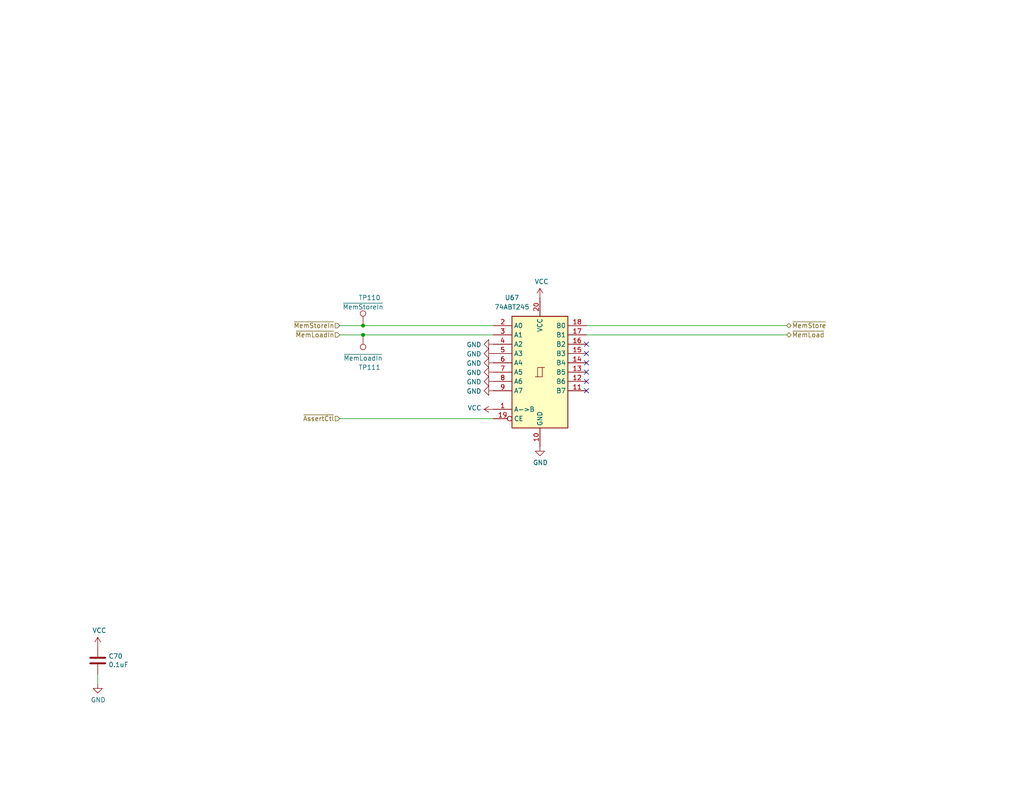
<source format=kicad_sch>
(kicad_sch (version 20250114) (generator "eeschema") (generator_version "9.0")
  (paper "USLetter")
  (title_block (date "2025-07-01") (rev "A"))
  (lib_symbols
    (symbol "Connector:TestPoint" (pin_numbers (hide yes)) (pin_names (offset 0.762) (hide yes))
      (property "Reference" "TP" (at 0 6.858 0))
      (property "Value" "TestPoint" (at 0 5.08 0))
      (symbol "TestPoint_0_1"
        (circle (center 0 3.302) (radius 0.762))
      )
      (symbol "TestPoint_1_1"
        (pin passive line (at 0 0 90) (length 2.54) (name "1") (number "1"))
      )
    )
    (symbol "Device:C" (pin_numbers (hide yes)) (pin_names (offset 0.254))
      (property "Reference" "C" (at 0.635 2.54 0))
      (property "Value" "C" (at 0.635 -2.54 0))
      (symbol "C_0_1"
        (polyline (pts (xy -2.032 0.762) (xy 2.032 0.762)) (stroke (width 0.508)))
        (polyline (pts (xy -2.032 -0.762) (xy 2.032 -0.762)) (stroke (width 0.508)))
      )
      (symbol "C_1_1"
        (pin passive line (at 0 3.81 270) (length 2.794) (name "~") (number "1"))
        (pin passive line (at 0 -3.81 90) (length 2.794) (name "~") (number "2"))
      )
    )
    (symbol "Turtle16:74ABT245"
      (property "Reference" "U" (at 0 2.54 0))
      (property "Value" "74ABT245" (at 0 2.54 0))
      (symbol "74ABT245_1_0"
        (polyline (pts (xy -1.27 -1.27) (xy 0.635 -1.27) (xy 0.635 1.27) (xy 1.27 1.27)))
        (polyline (pts (xy -0.635 -1.27) (xy -0.635 1.27) (xy 0.635 1.27)))
        (pin tri_state line (at -12.7 12.7 0) (length 5.08) (name "A0") (number "2"))
        (pin tri_state line (at -12.7 10.16 0) (length 5.08) (name "A1") (number "3"))
        (pin tri_state line (at -12.7 7.62 0) (length 5.08) (name "A2") (number "4"))
        (pin tri_state line (at -12.7 5.08 0) (length 5.08) (name "A3") (number "5"))
        (pin tri_state line (at -12.7 2.54 0) (length 5.08) (name "A4") (number "6"))
        (pin tri_state line (at -12.7 0 0) (length 5.08) (name "A5") (number "7"))
        (pin tri_state line (at -12.7 -2.54 0) (length 5.08) (name "A6") (number "8"))
        (pin tri_state line (at -12.7 -5.08 0) (length 5.08) (name "A7") (number "9"))
        (pin input line (at -12.7 -10.16 0) (length 5.08) (name "A->B") (number "1"))
        (pin input inverted (at -12.7 -12.7 0) (length 5.08) (name "CE") (number "19"))
        (pin power_in line (at 0 20.32 270) (length 5.08) (name "VCC") (number "20"))
        (pin power_in line (at 0 -20.32 90) (length 5.08) (name "GND") (number "10"))
        (pin tri_state line (at 12.7 12.7 180) (length 5.08) (name "B0") (number "18"))
        (pin tri_state line (at 12.7 10.16 180) (length 5.08) (name "B1") (number "17"))
        (pin tri_state line (at 12.7 7.62 180) (length 5.08) (name "B2") (number "16"))
        (pin tri_state line (at 12.7 5.08 180) (length 5.08) (name "B3") (number "15"))
        (pin tri_state line (at 12.7 2.54 180) (length 5.08) (name "B4") (number "14"))
        (pin tri_state line (at 12.7 0 180) (length 5.08) (name "B5") (number "13"))
        (pin tri_state line (at 12.7 -2.54 180) (length 5.08) (name "B6") (number "12"))
        (pin tri_state line (at 12.7 -5.08 180) (length 5.08) (name "B7") (number "11"))
      )
      (symbol "74ABT245_1_1"
        (rectangle (start -7.62 15.24) (end 7.62 -15.24) (stroke (width 0.254)) (fill (type background)))
      )
    )
    (symbol "power:GND" (power) (pin_names (offset 0))
      (property "Value" "GND" (at 0 -3.81 0))
      (symbol "GND_0_1"
        (polyline (pts (xy 0 0) (xy 0 -1.27) (xy 1.27 -1.27) (xy 0 -2.54) (xy -1.27 -1.27) (xy 0 -1.27)))
      )
      (symbol "GND_1_1"
        (pin power_in line (at 0 0 270) (length 0) (hide yes) (name "GND") (number "1"))
      )
    )
    (symbol "power:VCC" (power) (pin_names (offset 0))
      (property "Value" "VCC" (at 0 3.81 0))
      (symbol "VCC_0_1"
        (polyline (pts (xy -0.762 1.27) (xy 0 2.54)))
        (polyline (pts (xy 0 2.54) (xy 0.762 1.27)))
        (polyline (pts (xy 0 0) (xy 0 2.54)))
      )
      (symbol "VCC_1_1"
        (pin power_in line (at 0 0 90) (length 0) (hide yes) (name "VCC") (number "1"))
      )
    )
  )
  (junction (at 99.06 88.9))
  (junction (at 99.06 91.44))
  (no_connect (at 160.02 93.98))
  (no_connect (at 160.02 96.52))
  (no_connect (at 160.02 101.6))
  (no_connect (at 160.02 99.06))
  (no_connect (at 160.02 104.14))
  (no_connect (at 160.02 106.68))
  (wire (pts (xy 26.67 186.69) (xy 26.67 184.15)))
  (wire (pts (xy 160.02 88.9) (xy 214.63 88.9)))
  (wire (pts (xy 160.02 91.44) (xy 214.63 91.44)))
  (wire (pts (xy 92.71 88.9) (xy 99.06 88.9)))
  (wire (pts (xy 92.71 91.44) (xy 99.06 91.44)))
  (wire (pts (xy 92.71 114.3) (xy 134.62 114.3)))
  (wire (pts (xy 99.06 88.9) (xy 134.62 88.9)))
  (wire (pts (xy 99.06 91.44) (xy 134.62 91.44)))
  (hierarchical_label "~{MemLoad}" (shape tri_state) (at 214.63 91.44 0))
  (hierarchical_label "~{MemLoadIn}" (shape input) (at 92.71 91.44 180))
  (hierarchical_label "~{MemStoreIn}" (shape input) (at 92.71 88.9 180))
  (hierarchical_label "~{AssertCtl}" (shape input) (at 92.71 114.3 180))
  (hierarchical_label "~{MemStore}" (shape tri_state) (at 214.63 88.9 0))
  (symbol (lib_id "Device:C") (at 26.67 180.34 0) (unit 1)
    (property "Reference" "C70" (at 29.591 179.1716 0) (effects (justify left)))
    (property "Value" "0.1uF" (at 29.591 181.483 0) (effects (justify left)))
    (property "Footprint" "Capacitor_SMD:C_0603_1608Metric" (effects (hide yes)))
    (property "Datasheet" "https://www.mouser.com/datasheet/2/396/taiyo_yuden_12132018_mlcc11_hq_e-1510082.pdf" (effects (hide yes)))
    (property "Manufacturer" "Taiyo Yuden" (effects (hide yes)))
    (property "Manufacturer#" "EMK107B7104KAHT" (effects (hide yes)))
    (property "Mouser#" "963-EMK107B7104KAHT" (effects (hide yes)))
    (property "Digikey#" "587-6004-1-ND" (effects (hide yes)))
  )
  (symbol (lib_id "power:VCC") (at 26.67 176.53 0) (unit 1)
    (property "Reference" "#PWR0467" (effects (hide yes)))
    (property "Value" "VCC" (at 27.1018 172.1358 0))
  )
  (symbol (lib_id "power:GND") (at 26.67 186.69 0) (unit 1)
    (property "Reference" "#PWR0468" (effects (hide yes)))
    (property "Value" "GND" (at 26.797 191.0842 0))
  )
  (symbol (lib_id "power:GND") (at 134.62 93.98 270) (unit 1)
    (property "Reference" "#PWR0469" (effects (hide yes)))
    (property "Value" "GND" (at 131.3688 94.107 90) (effects (justify right)))
  )
  (symbol (lib_id "power:GND") (at 134.62 96.52 270) (unit 1)
    (property "Reference" "#PWR0470" (effects (hide yes)))
    (property "Value" "GND" (at 131.3688 96.647 90) (effects (justify right)))
  )
  (symbol (lib_id "power:GND") (at 134.62 99.06 270) (unit 1)
    (property "Reference" "#PWR0471" (effects (hide yes)))
    (property "Value" "GND" (at 131.3688 99.187 90) (effects (justify right)))
  )
  (symbol (lib_id "power:GND") (at 134.62 101.6 270) (unit 1)
    (property "Reference" "#PWR0472" (effects (hide yes)))
    (property "Value" "GND" (at 131.3688 101.727 90) (effects (justify right)))
  )
  (symbol (lib_id "power:GND") (at 134.62 104.14 270) (unit 1)
    (property "Reference" "#PWR0473" (effects (hide yes)))
    (property "Value" "GND" (at 131.3688 104.267 90) (effects (justify right)))
  )
  (symbol (lib_id "power:GND") (at 134.62 106.68 270) (unit 1)
    (property "Reference" "#PWR0474" (effects (hide yes)))
    (property "Value" "GND" (at 131.3688 106.807 90) (effects (justify right)))
  )
  (symbol (lib_id "Turtle16:74ABT245") (at 147.32 101.6 0) (unit 1)
    (property "Reference" "U67" (at 139.7 81.28 0))
    (property "Value" "74ABT245" (at 139.7 83.82 0))
    (property "Footprint" "Package_SO:TSSOP-20_4.4x6.5mm_P0.65mm" (effects (hide yes)))
    (property "Datasheet" "https://www.ti.com/general/docs/suppproductinfo.tsp?distId=26&gotoUrl=https://www.ti.com/lit/gpn/sn74abt245b" (effects (hide yes)))
    (property "Manufacturer" "Texas Instruments" (effects (hide yes)))
    (property "Manufacturer#" "SN74ABT245BPWR" (effects (hide yes)))
    (property "Mouser#" "595-SN74ABT245BPWR" (effects (hide yes)))
    (property "Digikey#" "296-3971-1-ND" (effects (hide yes)))
  )
  (symbol (lib_id "power:VCC") (at 147.32 81.28 0) (unit 1)
    (property "Reference" "#PWR0476" (effects (hide yes)))
    (property "Value" "VCC" (at 147.7518 76.8858 0))
  )
  (symbol (lib_id "power:GND") (at 147.32 121.92 0) (unit 1)
    (property "Reference" "#PWR0477" (effects (hide yes)))
    (property "Value" "GND" (at 147.447 126.3142 0))
  )
  (symbol (lib_id "power:VCC") (at 134.62 111.76 90) (unit 1)
    (property "Reference" "#PWR0475" (effects (hide yes)))
    (property "Value" "VCC" (at 131.3942 111.379 90) (effects (justify left)))
  )
  (symbol (lib_id "Connector:TestPoint") (at 99.06 91.44 0) (mirror x) (unit 1) (in_bom no)
    (property "Reference" "TP111" (at 97.79 100.33 0) (effects (justify left)))
    (property "Value" "~{MemLoadIn}" (at 99.06 97.79 0))
    (property "Footprint" "TestPoint:TestPoint_Pad_D1.0mm" (effects (hide yes)))
  )
  (symbol (lib_id "Connector:TestPoint") (at 99.06 88.9 0) (unit 1) (in_bom no)
    (property "Reference" "TP110" (at 97.79 81.28 0) (effects (justify left)))
    (property "Value" "~{MemStoreIn}" (at 99.06 83.82 0))
    (property "Footprint" "TestPoint:TestPoint_Pad_D1.0mm" (effects (hide yes)))
  )
)
</source>
